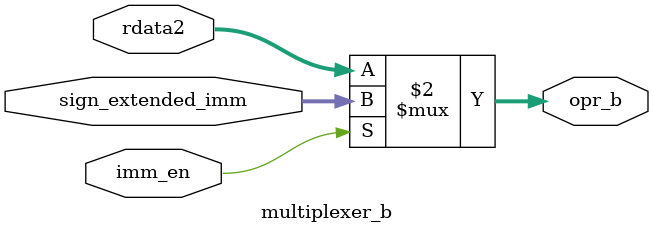
<source format=sv>
module multiplexer_b(
    input logic [31:0] sign_extended_imm,
    input logic imm_en,
    input logic [31:0] rdata2,
   // input logic [4:0] shamt,       // 5-bit shift amount for shift instructions
   // input logic shift_en,          // Flag to indicate if the operation is a shift
    output logic [31:0] opr_b
);

always_comb
begin
        opr_b = imm_en ? sign_extended_imm : rdata2;
end


endmodule
</source>
